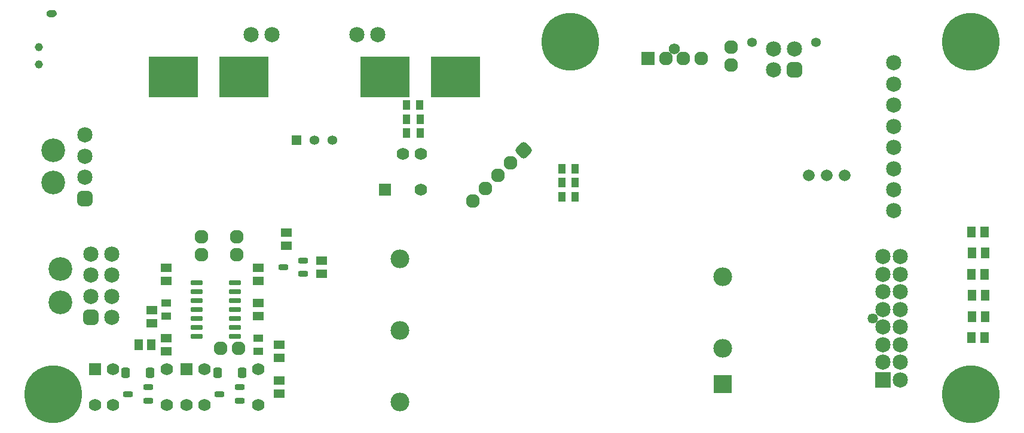
<source format=gbs>
G04*
G04 #@! TF.GenerationSoftware,Altium Limited,Altium Designer,22.7.1 (60)*
G04*
G04 Layer_Color=16711935*
%FSLAX44Y44*%
%MOMM*%
G71*
G04*
G04 #@! TF.SameCoordinates,F110A0D0-B471-48EF-BBF6-E10C2EB46B9C*
G04*
G04*
G04 #@! TF.FilePolarity,Negative*
G04*
G01*
G75*
%ADD17C,1.0000*%
%ADD44R,1.3100X1.5100*%
%ADD45R,1.0600X1.4600*%
%ADD46R,1.5100X1.3100*%
%ADD51R,1.4600X1.0600*%
G04:AMPARAMS|DCode=58|XSize=1.46mm|YSize=1.26mm|CornerRadius=0.355mm|HoleSize=0mm|Usage=FLASHONLY|Rotation=270.000|XOffset=0mm|YOffset=0mm|HoleType=Round|Shape=RoundedRectangle|*
%AMROUNDEDRECTD58*
21,1,1.4600,0.5500,0,0,270.0*
21,1,0.7500,1.2600,0,0,270.0*
1,1,0.7100,-0.2750,-0.3750*
1,1,0.7100,-0.2750,0.3750*
1,1,0.7100,0.2750,0.3750*
1,1,0.7100,0.2750,-0.3750*
%
%ADD58ROUNDEDRECTD58*%
%ADD66C,2.1600*%
%ADD67R,2.1600X2.1600*%
%ADD68C,1.4600*%
%ADD69C,2.6600*%
%ADD70R,2.6600X2.6600*%
%ADD71C,1.7600*%
%ADD72R,1.7600X1.7600*%
%ADD73C,1.9600*%
G04:AMPARAMS|DCode=74|XSize=2.16mm|YSize=2.16mm|CornerRadius=0.58mm|HoleSize=0mm|Usage=FLASHONLY|Rotation=270.000|XOffset=0mm|YOffset=0mm|HoleType=Round|Shape=RoundedRectangle|*
%AMROUNDEDRECTD74*
21,1,2.1600,1.0000,0,0,270.0*
21,1,1.0000,2.1600,0,0,270.0*
1,1,1.1600,-0.5000,-0.5000*
1,1,1.1600,-0.5000,0.5000*
1,1,1.1600,0.5000,0.5000*
1,1,1.1600,0.5000,-0.5000*
%
%ADD74ROUNDEDRECTD74*%
%ADD75C,3.3600*%
%ADD76C,1.3600*%
%ADD77C,1.5600*%
%ADD78R,1.9600X1.9600*%
%ADD79C,1.6600*%
%ADD80C,8.1600*%
%ADD81C,1.1600*%
G04:AMPARAMS|DCode=82|XSize=1.96mm|YSize=1.96mm|CornerRadius=0.53mm|HoleSize=0mm|Usage=FLASHONLY|Rotation=315.000|XOffset=0mm|YOffset=0mm|HoleType=Round|Shape=RoundedRectangle|*
%AMROUNDEDRECTD82*
21,1,1.9600,0.9000,0,0,315.0*
21,1,0.9000,1.9600,0,0,315.0*
1,1,1.0600,0.0000,-0.6364*
1,1,1.0600,-0.6364,0.0000*
1,1,1.0600,0.0000,0.6364*
1,1,1.0600,0.6364,0.0000*
%
%ADD82ROUNDEDRECTD82*%
%ADD83R,1.3600X1.3600*%
G04:AMPARAMS|DCode=84|XSize=2.16mm|YSize=2.16mm|CornerRadius=0.58mm|HoleSize=0mm|Usage=FLASHONLY|Rotation=180.000|XOffset=0mm|YOffset=0mm|HoleType=Round|Shape=RoundedRectangle|*
%AMROUNDEDRECTD84*
21,1,2.1600,1.0000,0,0,180.0*
21,1,1.0000,2.1600,0,0,180.0*
1,1,1.1600,-0.5000,0.5000*
1,1,1.1600,0.5000,0.5000*
1,1,1.1600,0.5000,-0.5000*
1,1,1.1600,-0.5000,-0.5000*
%
%ADD84ROUNDEDRECTD84*%
G04:AMPARAMS|DCode=114|XSize=0.76mm|YSize=1.71mm|CornerRadius=0.23mm|HoleSize=0mm|Usage=FLASHONLY|Rotation=90.000|XOffset=0mm|YOffset=0mm|HoleType=Round|Shape=RoundedRectangle|*
%AMROUNDEDRECTD114*
21,1,0.7600,1.2500,0,0,90.0*
21,1,0.3000,1.7100,0,0,90.0*
1,1,0.4600,0.6250,0.1500*
1,1,0.4600,0.6250,-0.1500*
1,1,0.4600,-0.6250,-0.1500*
1,1,0.4600,-0.6250,0.1500*
%
%ADD114ROUNDEDRECTD114*%
G04:AMPARAMS|DCode=115|XSize=0.81mm|YSize=1.41mm|CornerRadius=0.2425mm|HoleSize=0mm|Usage=FLASHONLY|Rotation=90.000|XOffset=0mm|YOffset=0mm|HoleType=Round|Shape=RoundedRectangle|*
%AMROUNDEDRECTD115*
21,1,0.8100,0.9250,0,0,90.0*
21,1,0.3250,1.4100,0,0,90.0*
1,1,0.4850,0.4625,0.1625*
1,1,0.4850,0.4625,-0.1625*
1,1,0.4850,-0.4625,-0.1625*
1,1,0.4850,-0.4625,0.1625*
%
%ADD115ROUNDEDRECTD115*%
%ADD116R,7.0600X5.7600*%
D17*
X50000Y590000D02*
G03*
X45466Y589742I0J-40000D01*
G01*
D44*
X170750Y120000D02*
D03*
X189250D02*
D03*
X1351500Y160000D02*
D03*
X1370000D02*
D03*
X1350750Y130000D02*
D03*
X1369250D02*
D03*
Y280000D02*
D03*
X1350750D02*
D03*
X1370000Y250000D02*
D03*
X1351500D02*
D03*
X1369250Y220000D02*
D03*
X1350750D02*
D03*
X1351500Y190000D02*
D03*
X1370000D02*
D03*
D45*
X770500Y330000D02*
D03*
X789500D02*
D03*
X770500Y350000D02*
D03*
X789500D02*
D03*
X770500Y370000D02*
D03*
X789500D02*
D03*
X550500Y440000D02*
D03*
X569500D02*
D03*
X550000Y460000D02*
D03*
X569000D02*
D03*
X550500Y420000D02*
D03*
X569500D02*
D03*
D46*
X210000Y110750D02*
D03*
Y129250D02*
D03*
Y229250D02*
D03*
Y210750D02*
D03*
X340000D02*
D03*
Y229250D02*
D03*
Y179250D02*
D03*
Y160750D02*
D03*
X190000Y150750D02*
D03*
Y169250D02*
D03*
X370000Y69250D02*
D03*
Y50750D02*
D03*
Y101500D02*
D03*
Y120000D02*
D03*
X380000Y279250D02*
D03*
Y260750D02*
D03*
X430000Y220750D02*
D03*
Y239250D02*
D03*
D51*
X210000Y179500D02*
D03*
Y160500D02*
D03*
X340000Y129500D02*
D03*
Y110500D02*
D03*
D58*
X152500Y80000D02*
D03*
X187500D02*
D03*
X282500D02*
D03*
X317500D02*
D03*
D66*
X1250000Y245000D02*
D03*
X1225000Y220000D02*
D03*
X1250000D02*
D03*
X1225000Y195000D02*
D03*
X1250000D02*
D03*
X1225000Y170000D02*
D03*
X1250000D02*
D03*
X1225000Y145000D02*
D03*
X1250000Y70000D02*
D03*
Y95000D02*
D03*
X1225000D02*
D03*
Y120000D02*
D03*
Y245000D02*
D03*
X1250000Y145000D02*
D03*
Y120000D02*
D03*
X95000Y417600D02*
D03*
Y387600D02*
D03*
Y357600D02*
D03*
X1100000Y540000D02*
D03*
X1070000Y510000D02*
D03*
Y540000D02*
D03*
X103200Y218500D02*
D03*
X133200D02*
D03*
Y158500D02*
D03*
Y188500D02*
D03*
Y248500D02*
D03*
X103200Y188500D02*
D03*
Y248500D02*
D03*
X510000Y560000D02*
D03*
X480000D02*
D03*
X360000D02*
D03*
X330000D02*
D03*
X1240000Y490000D02*
D03*
Y520000D02*
D03*
Y460000D02*
D03*
Y430000D02*
D03*
Y400000D02*
D03*
Y370000D02*
D03*
Y340000D02*
D03*
Y310000D02*
D03*
D67*
X1225000Y70000D02*
D03*
D68*
X1211195Y157500D02*
D03*
D69*
X541400Y241600D02*
D03*
Y140000D02*
D03*
X998600Y216200D02*
D03*
Y114600D02*
D03*
X541400Y38400D02*
D03*
D70*
X998600Y63800D02*
D03*
D71*
X210800Y34600D02*
D03*
X134600D02*
D03*
X109200D02*
D03*
X210800Y85400D02*
D03*
X134600D02*
D03*
X340800Y34600D02*
D03*
X264600D02*
D03*
X239200D02*
D03*
X340800Y85400D02*
D03*
X264600D02*
D03*
X570800Y390800D02*
D03*
X545400D02*
D03*
X570800Y340000D02*
D03*
D72*
X109200Y85400D02*
D03*
X239200D02*
D03*
X520000Y340000D02*
D03*
D73*
X287350Y114581D02*
D03*
X312750D02*
D03*
X310000Y247300D02*
D03*
Y272700D02*
D03*
X260000Y247300D02*
D03*
Y272700D02*
D03*
X942500Y526600D02*
D03*
X967500D02*
D03*
X917500D02*
D03*
X644079Y324079D02*
D03*
X662039Y342039D02*
D03*
X680000Y360000D02*
D03*
X697961Y377961D02*
D03*
X1010000Y517300D02*
D03*
Y542700D02*
D03*
D74*
X95000Y327600D02*
D03*
X1100000Y510000D02*
D03*
D75*
X50000Y350000D02*
D03*
Y396100D02*
D03*
X60000Y180000D02*
D03*
Y227000D02*
D03*
D76*
X1130000Y549400D02*
D03*
X1040000D02*
D03*
X445400Y410000D02*
D03*
X420000D02*
D03*
D77*
X930000Y540000D02*
D03*
D78*
X892500Y526600D02*
D03*
D79*
X1145400Y360000D02*
D03*
X1170800D02*
D03*
X1120000D02*
D03*
D80*
X1350000Y50000D02*
D03*
Y550000D02*
D03*
X50000Y50000D02*
D03*
X782500Y550000D02*
D03*
D81*
X30000Y542500D02*
D03*
Y517500D02*
D03*
D82*
X715921Y395921D02*
D03*
D83*
X394600Y410000D02*
D03*
D84*
X103200Y158500D02*
D03*
D114*
X307002Y195400D02*
D03*
Y208100D02*
D03*
Y182700D02*
D03*
Y170000D02*
D03*
Y157300D02*
D03*
Y144600D02*
D03*
Y131900D02*
D03*
X253002Y208100D02*
D03*
Y195400D02*
D03*
Y182700D02*
D03*
Y170000D02*
D03*
Y157300D02*
D03*
Y144600D02*
D03*
Y131900D02*
D03*
D115*
X155751Y50000D02*
D03*
X184251Y40500D02*
D03*
Y59500D02*
D03*
X285750Y50000D02*
D03*
X314250Y40500D02*
D03*
Y59500D02*
D03*
X375750Y230000D02*
D03*
X404250Y220500D02*
D03*
Y239500D02*
D03*
D116*
X520000Y500000D02*
D03*
X620000D02*
D03*
X320000D02*
D03*
X220000D02*
D03*
M02*

</source>
